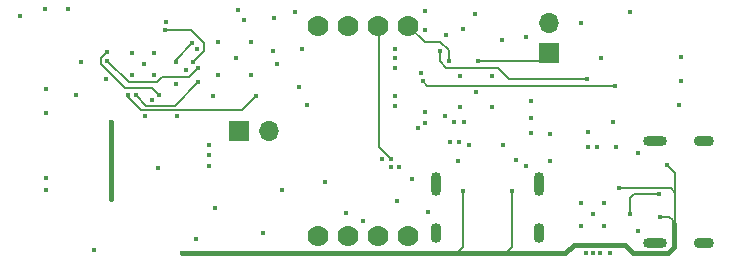
<source format=gbr>
%TF.GenerationSoftware,KiCad,Pcbnew,(6.0.5)*%
%TF.CreationDate,2022-11-25T19:57:39-05:00*%
%TF.ProjectId,Rotini-Hardware,526f7469-6e69-42d4-9861-726477617265,rev?*%
%TF.SameCoordinates,Original*%
%TF.FileFunction,Copper,L4,Bot*%
%TF.FilePolarity,Positive*%
%FSLAX46Y46*%
G04 Gerber Fmt 4.6, Leading zero omitted, Abs format (unit mm)*
G04 Created by KiCad (PCBNEW (6.0.5)) date 2022-11-25 19:57:39*
%MOMM*%
%LPD*%
G01*
G04 APERTURE LIST*
%TA.AperFunction,ComponentPad*%
%ADD10R,1.700000X1.700000*%
%TD*%
%TA.AperFunction,ComponentPad*%
%ADD11O,1.700000X1.700000*%
%TD*%
%TA.AperFunction,ComponentPad*%
%ADD12O,2.000000X0.900000*%
%TD*%
%TA.AperFunction,ComponentPad*%
%ADD13O,1.700000X0.900000*%
%TD*%
%TA.AperFunction,ComponentPad*%
%ADD14C,1.778000*%
%TD*%
%TA.AperFunction,ComponentPad*%
%ADD15O,0.900000X2.000000*%
%TD*%
%TA.AperFunction,ComponentPad*%
%ADD16O,0.900000X1.700000*%
%TD*%
%TA.AperFunction,ViaPad*%
%ADD17C,0.400000*%
%TD*%
%TA.AperFunction,Conductor*%
%ADD18C,0.203200*%
%TD*%
%TA.AperFunction,Conductor*%
%ADD19C,0.406400*%
%TD*%
G04 APERTURE END LIST*
D10*
%TO.P,J2,1,Pin_1*%
%TO.N,E_RXD*%
X15700000Y6625000D03*
D11*
%TO.P,J2,2,Pin_2*%
%TO.N,E_TXD*%
X15700000Y9165000D03*
%TD*%
D12*
%TO.P,U51,S1,SHIELD*%
%TO.N,unconnected-(U51-PadS1)*%
X24670000Y-9420000D03*
X24670000Y-780000D03*
D13*
X28840000Y-9420000D03*
X28840000Y-780000D03*
%TD*%
D14*
%TO.P,U30,1,CS*%
%TO.N,A2_CS*%
X3810000Y8990000D03*
%TO.P,U30,2,SA0*%
%TO.N,P_MISO*%
X1270000Y8990000D03*
%TO.P,U30,3,INT2*%
%TO.N,unconnected-(U30-Pad3)*%
X-1270000Y8990000D03*
%TO.P,U30,4,INT1*%
%TO.N,unconnected-(U30-Pad4)*%
X-3810000Y8990000D03*
%TO.P,U30,5,GND*%
%TO.N,GND*%
X-3810000Y-8790000D03*
%TO.P,U30,6,3V3*%
%TO.N,+3V3*%
X-1270000Y-8790000D03*
%TO.P,U30,7,SDA*%
%TO.N,P_MOSI*%
X1270000Y-8790000D03*
%TO.P,U30,8,SCL*%
%TO.N,P_SCK*%
X3810000Y-8790000D03*
%TD*%
D15*
%TO.P,U52,S1,SHIELD*%
%TO.N,unconnected-(U52-PadS1)*%
X6180000Y-4395000D03*
D16*
X14820000Y-8565000D03*
X6180000Y-8565000D03*
D15*
X14820000Y-4395000D03*
%TD*%
D10*
%TO.P,J1,1,Pin_1*%
%TO.N,X_RX*%
X-10575000Y100000D03*
D11*
%TO.P,J1,2,Pin_2*%
%TO.N,X_TX*%
X-8035000Y100000D03*
%TD*%
D17*
%TO.N,GND*%
X-12300000Y7600000D03*
X20100000Y6200000D03*
X5200000Y8600000D03*
X19000000Y-1300000D03*
X-17700000Y4800000D03*
X18400000Y-8000000D03*
X-19600000Y4800000D03*
X21400000Y-1300000D03*
X-18500000Y1300000D03*
X26900000Y4300000D03*
X-22800000Y-10000000D03*
X-9500000Y4800000D03*
X9550000Y3400000D03*
X10850000Y2050000D03*
X-5200000Y7000000D03*
X-7300000Y5700000D03*
X2700000Y6200000D03*
X5200000Y10200000D03*
X-10800000Y6200000D03*
X-7600000Y9600000D03*
X5500000Y-6800000D03*
X-27000000Y10400000D03*
X10850000Y4750000D03*
X-12300000Y4800000D03*
X13800000Y-2900000D03*
X14200000Y-100000D03*
X8150000Y4750000D03*
X-26900000Y-3900000D03*
X-17400000Y-3100000D03*
X2700000Y2200000D03*
X-5420000Y3780000D03*
X20400000Y-8000000D03*
X-24300000Y3100000D03*
X2875000Y-5825000D03*
X-14200000Y-9100000D03*
X2700000Y5400000D03*
X20400000Y-6000000D03*
X23200000Y-8400000D03*
X-26900000Y-4900000D03*
X-16700000Y9300000D03*
X13800000Y8000000D03*
X26900000Y6300000D03*
X-17700000Y6700000D03*
X-26900000Y1600000D03*
X-29100000Y9800000D03*
X4100000Y-4000000D03*
X12900000Y-2400000D03*
X14200000Y2600000D03*
X-25000000Y10400000D03*
X9400000Y10000000D03*
X15800000Y-200000D03*
X-18587500Y5712500D03*
X-1500000Y-6850000D03*
X8400000Y8700000D03*
X-12600000Y-6500000D03*
X-15800000Y1300000D03*
X-8500000Y-8600000D03*
X-9500000Y7600000D03*
X2700000Y3000000D03*
X18400000Y9200000D03*
X-10600000Y10300000D03*
X-15000000Y5200000D03*
X-21800000Y4500000D03*
X-3250000Y-4300000D03*
X8000000Y-2500000D03*
X19400000Y-7000000D03*
X23200000Y-1800000D03*
X18400000Y-6000000D03*
X26700000Y2300000D03*
X-26900000Y3600000D03*
X-13100000Y-1100000D03*
X-19600000Y6700000D03*
X8150000Y2050000D03*
%TO.N,+3V3*%
X4900000Y5000000D03*
X-6875000Y-4975000D03*
X-23900000Y5900000D03*
X-12700000Y3000000D03*
X0Y-7600000D03*
X-4800000Y2300000D03*
X-17880000Y2720000D03*
X6950000Y8150000D03*
X-5800000Y10100000D03*
X11800000Y-1100000D03*
X2700000Y7000000D03*
X8900000Y-1100000D03*
X11700000Y7800000D03*
X22600000Y10100000D03*
X-15850000Y4050000D03*
X-10100000Y9500000D03*
X-14100000Y7000000D03*
X19800000Y-1300000D03*
X15800000Y-2500000D03*
X-7700000Y6800000D03*
X14200000Y1200000D03*
%TO.N,E_EN*%
X18900000Y4500000D03*
X6437500Y6837500D03*
%TO.N,E_IO0*%
X21300000Y3900000D03*
X5000000Y4300000D03*
%TO.N,VCC*%
X-21400000Y-5700000D03*
X-21400000Y-3100000D03*
X-21400000Y800000D03*
%TO.N,VBUS*%
X12600000Y-5000000D03*
X21650000Y-4750000D03*
X25700000Y-2800000D03*
X8400000Y-5000000D03*
X25100000Y-7200000D03*
X-15400000Y-10300000D03*
%TO.N,Net-(C70-Pad1)*%
X-21700000Y6750000D03*
X-17300000Y3100000D03*
%TO.N,X_TX*%
X5200000Y1700000D03*
%TO.N,X_RX*%
X6900000Y1300000D03*
%TO.N,E_TXD*%
X20000000Y-10300000D03*
%TO.N,E_RXD*%
X19400000Y-10300000D03*
X9700000Y5950000D03*
%TO.N,P_MOSI*%
X2300000Y-3000000D03*
X8100000Y-900000D03*
%TO.N,P_MISO*%
X8500000Y800000D03*
X2300000Y-2300000D03*
%TO.N,P_SCK*%
X7300000Y-900000D03*
X3000000Y-3000000D03*
%TO.N,CP_RTS*%
X19000000Y0D03*
X18800000Y-10300000D03*
%TO.N,CP_DTR*%
X21100000Y800000D03*
X20900000Y-10300000D03*
%TO.N,LED_1*%
X-13100000Y-2900000D03*
X4600000Y300000D03*
%TO.N,LED_2*%
X-13100000Y-2000000D03*
X5200000Y700000D03*
%TO.N,GPIO2*%
X-21695000Y6005000D03*
X-14000000Y5400000D03*
%TO.N,GPIO15*%
X-14400000Y5900000D03*
X-16800000Y8600000D03*
%TO.N,A2_CS*%
X7200000Y6000000D03*
%TO.N,Net-(U50-Pad4)*%
X25000000Y-5300000D03*
X22600000Y-7000000D03*
%TO.N,GPIO12*%
X-15900000Y5900000D03*
X-14500000Y7500000D03*
%TO.N,GPIO4*%
X-19300000Y3100000D03*
X-14000000Y4200000D03*
%TO.N,GPIO5*%
X-19900000Y3100000D03*
X-9100000Y3000000D03*
%TO.N,A1_CS*%
X7700000Y800000D03*
X1600000Y-2300000D03*
%TD*%
D18*
%TO.N,E_EN*%
X11400000Y5400000D02*
X7000000Y5400000D01*
X6437500Y5962500D02*
X6437500Y6837500D01*
X18900000Y4500000D02*
X12300000Y4500000D01*
X7000000Y5400000D02*
X6437500Y5962500D01*
X12300000Y4500000D02*
X11400000Y5400000D01*
%TO.N,E_IO0*%
X21300000Y3900000D02*
X5400000Y3900000D01*
X5400000Y3900000D02*
X5000000Y4300000D01*
D19*
%TO.N,VCC*%
X-21400000Y-5700000D02*
X-21400000Y-3100000D01*
X-21400000Y800000D02*
X-21400000Y-3100000D01*
D18*
%TO.N,VBUS*%
X12600000Y-9800000D02*
X12100000Y-10300000D01*
D19*
X22100000Y-9600000D02*
X22800000Y-10300000D01*
X-15400000Y-10300000D02*
X7900000Y-10300000D01*
D18*
X26400000Y-3500000D02*
X25700000Y-2800000D01*
X8400000Y-5000000D02*
X8400000Y-9800000D01*
X26400000Y-5150000D02*
X26400000Y-3500000D01*
X12600000Y-5000000D02*
X12600000Y-9800000D01*
X25900000Y-7200000D02*
X25100000Y-7200000D01*
X26200000Y-7700000D02*
X26200000Y-7500000D01*
D19*
X7900000Y-10300000D02*
X11800000Y-10300000D01*
D18*
X26400000Y-7700000D02*
X26400000Y-5150000D01*
X26300000Y-7800000D02*
X26400000Y-7700000D01*
D19*
X25800000Y-10300000D02*
X26300000Y-9800000D01*
D18*
X26300000Y-7800000D02*
X26200000Y-7700000D01*
D19*
X11800000Y-10300000D02*
X12100000Y-10300000D01*
X26300000Y-9800000D02*
X26300000Y-7800000D01*
D18*
X8400000Y-9800000D02*
X7900000Y-10300000D01*
D19*
X17100000Y-10300000D02*
X17800000Y-9600000D01*
D18*
X26200000Y-7500000D02*
X25900000Y-7200000D01*
D19*
X11800000Y-10300000D02*
X17100000Y-10300000D01*
X22800000Y-10300000D02*
X25800000Y-10300000D01*
X17800000Y-9600000D02*
X22100000Y-9600000D01*
D18*
X26000000Y-4750000D02*
X26400000Y-5150000D01*
X21650000Y-4750000D02*
X26000000Y-4750000D01*
%TO.N,Net-(C70-Pad1)*%
X-20200000Y3700000D02*
X-22200000Y5700000D01*
X-22200000Y6250000D02*
X-21700000Y6750000D01*
X-22200000Y5700000D02*
X-22200000Y6250000D01*
X-17300000Y3100000D02*
X-17900000Y3700000D01*
X-17900000Y3700000D02*
X-20200000Y3700000D01*
%TO.N,E_RXD*%
X9700000Y5950000D02*
X15025000Y5950000D01*
X15025000Y5950000D02*
X15700000Y6625000D01*
%TO.N,P_MISO*%
X1300000Y-1300000D02*
X1300000Y8960000D01*
X1300000Y8960000D02*
X1270000Y8990000D01*
X2300000Y-2300000D02*
X1300000Y-1300000D01*
%TO.N,GPIO2*%
X-19890000Y4200000D02*
X-21695000Y6005000D01*
X-14000000Y5400000D02*
X-14800000Y4600000D01*
X-14800000Y4600000D02*
X-17100000Y4600000D01*
X-17100000Y4600000D02*
X-17500000Y4200000D01*
X-17500000Y4200000D02*
X-19890000Y4200000D01*
%TO.N,GPIO15*%
X-14400000Y5900000D02*
X-13500000Y6800000D01*
X-14600000Y8600000D02*
X-16800000Y8600000D01*
X-13500000Y6800000D02*
X-13500000Y7500000D01*
X-13500000Y7500000D02*
X-14600000Y8600000D01*
%TO.N,A2_CS*%
X6500000Y7600000D02*
X5200000Y7600000D01*
X5200000Y7600000D02*
X3810000Y8990000D01*
X7200000Y6000000D02*
X7200000Y6900000D01*
X7200000Y6900000D02*
X6500000Y7600000D01*
%TO.N,Net-(U50-Pad4)*%
X22600000Y-5600000D02*
X22600000Y-7000000D01*
X22900000Y-5300000D02*
X22600000Y-5600000D01*
X25000000Y-5300000D02*
X22900000Y-5300000D01*
%TO.N,GPIO12*%
X-15900000Y6100000D02*
X-15900000Y5900000D01*
X-14500000Y7500000D02*
X-15900000Y6100000D01*
%TO.N,GPIO4*%
X-16000000Y2200000D02*
X-18400000Y2200000D01*
X-18400000Y2200000D02*
X-19300000Y3100000D01*
X-14000000Y4200000D02*
X-16000000Y2200000D01*
%TO.N,GPIO5*%
X-19900000Y3100000D02*
X-19900000Y2900000D01*
X-19900000Y2900000D02*
X-18800000Y1800000D01*
X-18800000Y1800000D02*
X-10300000Y1800000D01*
X-10300000Y1800000D02*
X-9100000Y3000000D01*
%TD*%
M02*

</source>
